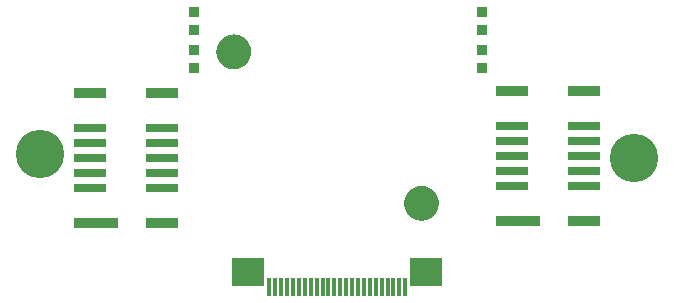
<source format=gbs>
G04*
G04 #@! TF.GenerationSoftware,Altium Limited,Altium Designer,19.0.11 (319)*
G04*
G04 Layer_Color=16711935*
%FSLAX44Y44*%
%MOMM*%
G71*
G01*
G75*
%ADD27C,3.0000*%
%ADD37R,0.4000X1.5000*%
%ADD38R,2.7500X2.4000*%
%ADD39C,4.1000*%
%ADD48R,2.7000X0.9000*%
%ADD49R,2.7000X0.8000*%
%ADD50R,3.7000X0.9000*%
%ADD51R,0.9000X0.9000*%
D27*
X185260Y215000D02*
G03*
X185260Y215000I-10J0D01*
G01*
X344260Y86750D02*
G03*
X344260Y86750I-10J0D01*
G01*
D37*
X215500Y16000D02*
D03*
X220500D02*
D03*
X225500D02*
D03*
X230500D02*
D03*
X235500D02*
D03*
X240500D02*
D03*
X245500D02*
D03*
X250500D02*
D03*
X255500D02*
D03*
X260500D02*
D03*
X265500D02*
D03*
X270500D02*
D03*
X275500D02*
D03*
X280500D02*
D03*
X285500D02*
D03*
X290500D02*
D03*
X295500D02*
D03*
X300500D02*
D03*
X305500D02*
D03*
X310500D02*
D03*
X315500D02*
D03*
X320500D02*
D03*
X325500D02*
D03*
X330500D02*
D03*
D38*
X197750Y28500D02*
D03*
X348250D02*
D03*
D39*
X21500Y128250D02*
D03*
X524500Y124750D02*
D03*
D48*
X124750Y70300D02*
D03*
Y180300D02*
D03*
X63750D02*
D03*
X482250Y72000D02*
D03*
Y182000D02*
D03*
X421250D02*
D03*
D49*
X124750Y99900D02*
D03*
Y112600D02*
D03*
Y125300D02*
D03*
Y138000D02*
D03*
Y150700D02*
D03*
X63750D02*
D03*
Y138000D02*
D03*
Y125300D02*
D03*
Y112600D02*
D03*
Y99900D02*
D03*
X482250Y101600D02*
D03*
Y114300D02*
D03*
Y127000D02*
D03*
Y139700D02*
D03*
Y152400D02*
D03*
X421250D02*
D03*
Y139700D02*
D03*
Y127000D02*
D03*
Y114300D02*
D03*
Y101600D02*
D03*
D50*
X68750Y70300D02*
D03*
X426250Y72000D02*
D03*
D51*
X395750Y216250D02*
D03*
Y201250D02*
D03*
X151250Y216250D02*
D03*
Y201250D02*
D03*
X395750Y248750D02*
D03*
Y233750D02*
D03*
X151250Y248750D02*
D03*
Y233750D02*
D03*
M02*

</source>
